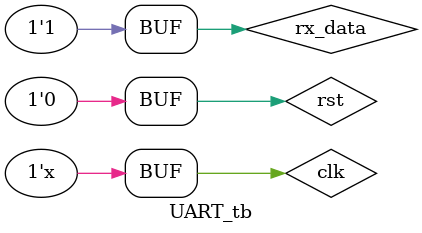
<source format=v>
`timescale 1ns / 1ps


module UART_tb;

	// Inputs
	reg clk;
	reg rst;
	reg rx_data;
	// Outputs
	wire [7:0] rx;

	// Instantiate the Unit Under Test (UUT)
	uart_top uut (
		.clk(clk), 
		.rst(rst), 
		.rx_data(rx_data), 
		.rx(rx)
	);
	always #1 clk <= ~clk;
	initial begin
		// Initialize Inputs
		clk = 1'b0;
		rst = 1'b0;
		rx_data = 1'b1;
		
		// Wait 100 ns for global reset to finish
		#5000;
		
		rx_data = 1'b0;
		
		#2500;
		rx_data = 1'b1;
		
		#2500;
		rx_data = 1'b0;
		
		#2500;
		rx_data = 1'b0;
		
		#2500;
		rx_data = 1'b0;
		
		#2500;
		rx_data = 1'b0;
		
		#2500;
		rx_data = 1'b0;
		
		#2500;
		rx_data = 1'b1;
		
		#2500;
		rx_data = 1'b0;
		
		#2500;
		rx_data = 1'b1;
		
		
		
		#1000
		rx_data = 1'b0;
		
		#2500;
		rx_data = 1'b0;
		
		#2500;
		rx_data = 1'b1;
		
		#2500;
		rx_data = 1'b0;
		
		#2500;
		rx_data = 1'b0;
		
		#2500;
		rx_data = 1'b0;
		
		#2500;
		rx_data = 1'b0;
		
		#2500;
		rx_data = 1'b1;
		
		#2500;
		rx_data = 1'b0;
		
		#2500;
		rx_data = 1'b1;
		
		
        
		// Add stimulus here

	end
      
endmodule


</source>
